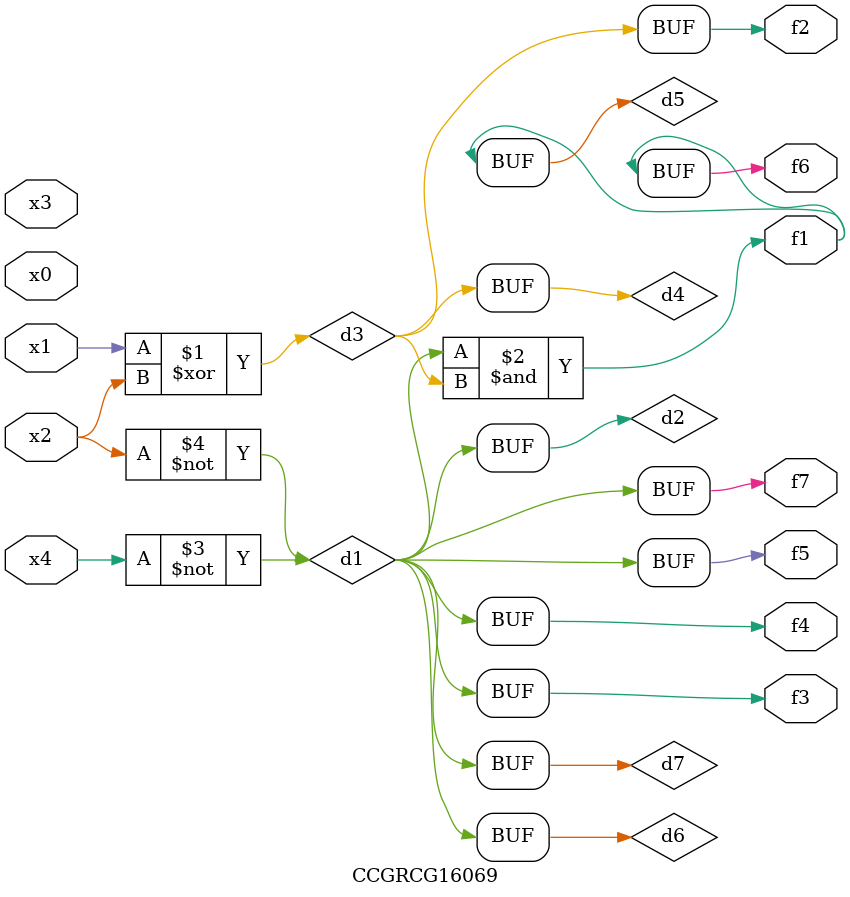
<source format=v>
module CCGRCG16069(
	input x0, x1, x2, x3, x4,
	output f1, f2, f3, f4, f5, f6, f7
);

	wire d1, d2, d3, d4, d5, d6, d7;

	not (d1, x4);
	not (d2, x2);
	xor (d3, x1, x2);
	buf (d4, d3);
	and (d5, d1, d3);
	buf (d6, d1, d2);
	buf (d7, d2);
	assign f1 = d5;
	assign f2 = d4;
	assign f3 = d7;
	assign f4 = d7;
	assign f5 = d7;
	assign f6 = d5;
	assign f7 = d7;
endmodule

</source>
